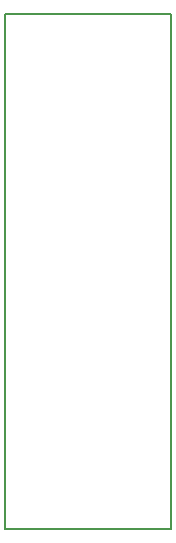
<source format=gbr>
%TF.GenerationSoftware,KiCad,Pcbnew,(5.1.9)-1*%
%TF.CreationDate,2021-02-13T16:54:45-05:00*%
%TF.ProjectId,mega_nrf24_usb,6d656761-5f6e-4726-9632-345f7573622e,rev?*%
%TF.SameCoordinates,Original*%
%TF.FileFunction,Profile,NP*%
%FSLAX46Y46*%
G04 Gerber Fmt 4.6, Leading zero omitted, Abs format (unit mm)*
G04 Created by KiCad (PCBNEW (5.1.9)-1) date 2021-02-13 16:54:45*
%MOMM*%
%LPD*%
G01*
G04 APERTURE LIST*
%TA.AperFunction,Profile*%
%ADD10C,0.200000*%
%TD*%
G04 APERTURE END LIST*
D10*
X141376400Y-94462600D02*
X155371800Y-94462600D01*
X141376400Y-138093400D02*
X141376400Y-94462600D01*
X141376400Y-138093400D02*
X155371800Y-138093400D01*
X155374100Y-138093400D02*
X155374100Y-94462600D01*
M02*

</source>
